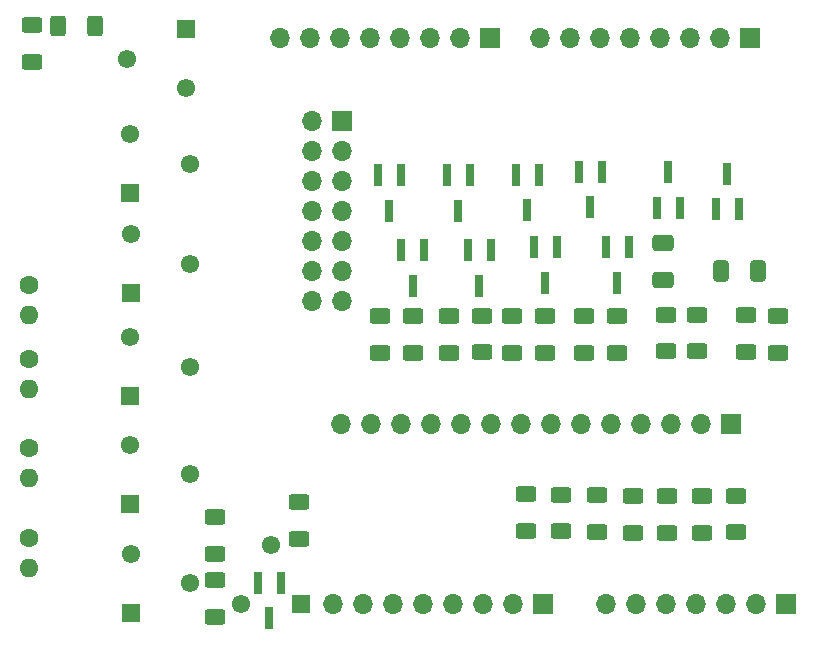
<source format=gbr>
%TF.GenerationSoftware,KiCad,Pcbnew,6.0.0*%
%TF.CreationDate,2022-04-09T16:35:25-03:00*%
%TF.ProjectId,cwc5.5,63776335-2e35-42e6-9b69-6361645f7063,rev?*%
%TF.SameCoordinates,Original*%
%TF.FileFunction,Soldermask,Bot*%
%TF.FilePolarity,Negative*%
%FSLAX46Y46*%
G04 Gerber Fmt 4.6, Leading zero omitted, Abs format (unit mm)*
G04 Created by KiCad (PCBNEW 6.0.0) date 2022-04-09 16:35:25*
%MOMM*%
%LPD*%
G01*
G04 APERTURE LIST*
G04 Aperture macros list*
%AMRoundRect*
0 Rectangle with rounded corners*
0 $1 Rounding radius*
0 $2 $3 $4 $5 $6 $7 $8 $9 X,Y pos of 4 corners*
0 Add a 4 corners polygon primitive as box body*
4,1,4,$2,$3,$4,$5,$6,$7,$8,$9,$2,$3,0*
0 Add four circle primitives for the rounded corners*
1,1,$1+$1,$2,$3*
1,1,$1+$1,$4,$5*
1,1,$1+$1,$6,$7*
1,1,$1+$1,$8,$9*
0 Add four rect primitives between the rounded corners*
20,1,$1+$1,$2,$3,$4,$5,0*
20,1,$1+$1,$4,$5,$6,$7,0*
20,1,$1+$1,$6,$7,$8,$9,0*
20,1,$1+$1,$8,$9,$2,$3,0*%
G04 Aperture macros list end*
%ADD10R,1.700000X1.700000*%
%ADD11O,1.700000X1.700000*%
%ADD12R,1.550000X1.550000*%
%ADD13C,1.550000*%
%ADD14C,1.600000*%
%ADD15O,1.600000X1.600000*%
%ADD16RoundRect,0.250000X-0.625000X0.400000X-0.625000X-0.400000X0.625000X-0.400000X0.625000X0.400000X0*%
%ADD17R,0.800000X1.900000*%
%ADD18RoundRect,0.250000X0.625000X-0.400000X0.625000X0.400000X-0.625000X0.400000X-0.625000X-0.400000X0*%
%ADD19RoundRect,0.250000X0.412500X0.650000X-0.412500X0.650000X-0.412500X-0.650000X0.412500X-0.650000X0*%
%ADD20RoundRect,0.250000X0.650000X-0.412500X0.650000X0.412500X-0.650000X0.412500X-0.650000X-0.412500X0*%
%ADD21RoundRect,0.250000X0.400000X0.625000X-0.400000X0.625000X-0.400000X-0.625000X0.400000X-0.625000X0*%
G04 APERTURE END LIST*
D10*
%TO.C,J5*%
X61976000Y-35306000D03*
D11*
X59436000Y-35306000D03*
X56896000Y-35306000D03*
X54356000Y-35306000D03*
X51816000Y-35306000D03*
X49276000Y-35306000D03*
X46736000Y-35306000D03*
X44196000Y-35306000D03*
X41656000Y-35306000D03*
X39116000Y-35306000D03*
X36576000Y-35306000D03*
X34036000Y-35306000D03*
X31496000Y-35306000D03*
X28956000Y-35306000D03*
%TD*%
D12*
%TO.C,RV6*%
X15800000Y-1875000D03*
D13*
X10800000Y-4375000D03*
X15800000Y-6875000D03*
%TD*%
D12*
%TO.C,RV5*%
X11125000Y-51275000D03*
D13*
X16125000Y-48775000D03*
X11125000Y-46275000D03*
%TD*%
D14*
%TO.C,R82*%
X2500000Y-29750000D03*
D15*
X2500000Y-32290000D03*
%TD*%
D14*
%TO.C,R85*%
X2500000Y-37309000D03*
D15*
X2500000Y-39849000D03*
%TD*%
D12*
%TO.C,RV2*%
X11150000Y-24225000D03*
D13*
X16150000Y-21725000D03*
X11150000Y-19225000D03*
%TD*%
D12*
%TO.C,RV3*%
X11100000Y-32925000D03*
D13*
X16100000Y-30425000D03*
X11100000Y-27925000D03*
%TD*%
D12*
%TO.C,RV4*%
X11100000Y-42025000D03*
D13*
X16100000Y-39525000D03*
X11100000Y-37025000D03*
%TD*%
D12*
%TO.C,RV1*%
X11100000Y-15750000D03*
D13*
X16100000Y-13250000D03*
X11100000Y-10750000D03*
%TD*%
D14*
%TO.C,R88*%
X2500000Y-44955000D03*
D15*
X2500000Y-47495000D03*
%TD*%
D14*
%TO.C,R79*%
X2500000Y-23500000D03*
D15*
X2500000Y-26040000D03*
%TD*%
D12*
%TO.C,RV0*%
X25500000Y-50550000D03*
D13*
X23000000Y-45550000D03*
X20500000Y-50550000D03*
%TD*%
D10*
%TO.C,J6*%
X28976000Y-9672000D03*
D11*
X26436000Y-9672000D03*
X28976000Y-12212000D03*
X26436000Y-12212000D03*
X28976000Y-14752000D03*
X26436000Y-14752000D03*
X28976000Y-17292000D03*
X26436000Y-17292000D03*
X28976000Y-19832000D03*
X26436000Y-19832000D03*
X28976000Y-22372000D03*
X26436000Y-22372000D03*
X28976000Y-24912000D03*
X26436000Y-24912000D03*
%TD*%
D16*
%TO.C,R9*%
X46228000Y-26136000D03*
X46228000Y-29236000D03*
%TD*%
D17*
%TO.C,Q10*%
X39690000Y-20598000D03*
X41590000Y-20598000D03*
X40640000Y-23598000D03*
%TD*%
D16*
%TO.C,R12*%
X43434000Y-26136000D03*
X43434000Y-29236000D03*
%TD*%
D17*
%TO.C,Q17*%
X62600000Y-17100000D03*
X60700000Y-17100000D03*
X61650000Y-14100000D03*
%TD*%
D16*
%TO.C,R26*%
X65925000Y-26150000D03*
X65925000Y-29250000D03*
%TD*%
D17*
%TO.C,Q12*%
X37912000Y-14248000D03*
X39812000Y-14248000D03*
X38862000Y-17248000D03*
%TD*%
D16*
%TO.C,R28*%
X59075000Y-26025000D03*
X59075000Y-29125000D03*
%TD*%
D18*
%TO.C,R91*%
X2794000Y-4598000D03*
X2794000Y-1498000D03*
%TD*%
%TO.C,R97*%
X47575000Y-44375000D03*
X47575000Y-41275000D03*
%TD*%
D10*
%TO.C,J1*%
X41560000Y-2580000D03*
D11*
X39020000Y-2580000D03*
X36480000Y-2580000D03*
X33940000Y-2580000D03*
X31400000Y-2580000D03*
X28860000Y-2580000D03*
X26320000Y-2580000D03*
X23780000Y-2580000D03*
%TD*%
D16*
%TO.C,R3*%
X52324000Y-26162000D03*
X52324000Y-29262000D03*
%TD*%
D19*
%TO.C,C1*%
X64200000Y-22375000D03*
X61075000Y-22375000D03*
%TD*%
D17*
%TO.C,Q2*%
X51374000Y-20344000D03*
X53274000Y-20344000D03*
X52324000Y-23344000D03*
%TD*%
D10*
%TO.C,J4*%
X66600000Y-50500000D03*
D11*
X64060000Y-50500000D03*
X61520000Y-50500000D03*
X58980000Y-50500000D03*
X56440000Y-50500000D03*
X53900000Y-50500000D03*
X51360000Y-50500000D03*
%TD*%
D17*
%TO.C,Q4*%
X49088000Y-13956000D03*
X50988000Y-13956000D03*
X50038000Y-16956000D03*
%TD*%
D18*
%TO.C,R25*%
X63225000Y-29200000D03*
X63225000Y-26100000D03*
%TD*%
%TO.C,R98*%
X62400000Y-44475000D03*
X62400000Y-41375000D03*
%TD*%
D17*
%TO.C,Q6*%
X45278000Y-20344000D03*
X47178000Y-20344000D03*
X46228000Y-23344000D03*
%TD*%
%TO.C,Q16*%
X32070000Y-14248000D03*
X33970000Y-14248000D03*
X33020000Y-17248000D03*
%TD*%
D16*
%TO.C,R24*%
X32258000Y-26136000D03*
X32258000Y-29236000D03*
%TD*%
%TO.C,R21*%
X35052000Y-26136000D03*
X35052000Y-29236000D03*
%TD*%
%TO.C,R15*%
X40894000Y-26110000D03*
X40894000Y-29210000D03*
%TD*%
D20*
%TO.C,C2*%
X56150000Y-23062500D03*
X56150000Y-19937500D03*
%TD*%
D21*
%TO.C,R89*%
X8078400Y-1574800D03*
X4978400Y-1574800D03*
%TD*%
D10*
%TO.C,J3*%
X46060000Y-50500000D03*
D11*
X43520000Y-50500000D03*
X40980000Y-50500000D03*
X38440000Y-50500000D03*
X35900000Y-50500000D03*
X33360000Y-50500000D03*
X30820000Y-50500000D03*
X28280000Y-50500000D03*
%TD*%
D18*
%TO.C,R92*%
X44625000Y-44325000D03*
X44625000Y-41225000D03*
%TD*%
D10*
%TO.C,J2*%
X63580000Y-2580000D03*
D11*
X61040000Y-2580000D03*
X58500000Y-2580000D03*
X55960000Y-2580000D03*
X53420000Y-2580000D03*
X50880000Y-2580000D03*
X48340000Y-2580000D03*
X45800000Y-2580000D03*
%TD*%
D17*
%TO.C,U0*%
X21910000Y-48750000D03*
X23810000Y-48750000D03*
X22860000Y-51750000D03*
%TD*%
D16*
%TO.C,R18*%
X38100000Y-26136000D03*
X38100000Y-29236000D03*
%TD*%
D17*
%TO.C,Q8*%
X43754000Y-14186000D03*
X45654000Y-14186000D03*
X44704000Y-17186000D03*
%TD*%
D18*
%TO.C,R93*%
X59500000Y-44500000D03*
X59500000Y-41400000D03*
%TD*%
D16*
%TO.C,R72*%
X18288000Y-48514000D03*
X18288000Y-51614000D03*
%TD*%
D18*
%TO.C,R71*%
X25400000Y-44984000D03*
X25400000Y-41884000D03*
%TD*%
D16*
%TO.C,R6*%
X49530000Y-26162000D03*
X49530000Y-29262000D03*
%TD*%
D18*
%TO.C,R94*%
X56550000Y-44500000D03*
X56550000Y-41400000D03*
%TD*%
D17*
%TO.C,Q14*%
X34036000Y-20574000D03*
X35936000Y-20574000D03*
X34986000Y-23574000D03*
%TD*%
D18*
%TO.C,R96*%
X50600000Y-44400000D03*
X50600000Y-41300000D03*
%TD*%
%TO.C,R73*%
X18288000Y-46254000D03*
X18288000Y-43154000D03*
%TD*%
%TO.C,R95*%
X53650000Y-44500000D03*
X53650000Y-41400000D03*
%TD*%
D17*
%TO.C,Q18*%
X57592000Y-16994000D03*
X55692000Y-16994000D03*
X56642000Y-13994000D03*
%TD*%
D18*
%TO.C,R27*%
X56475000Y-29125000D03*
X56475000Y-26025000D03*
%TD*%
M02*

</source>
